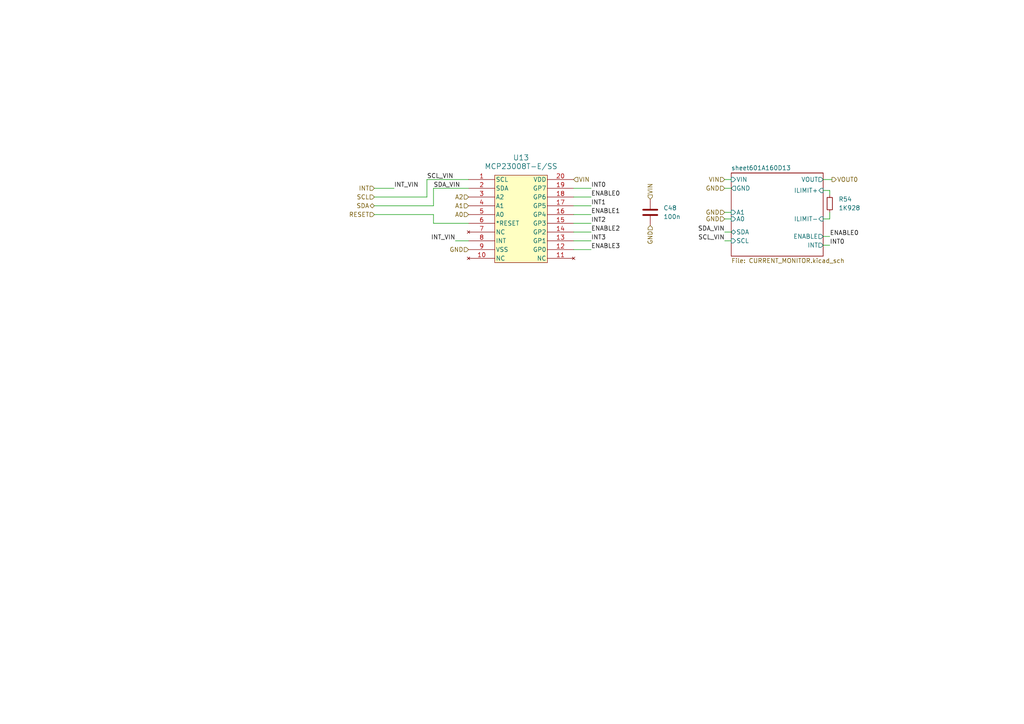
<source format=kicad_sch>
(kicad_sch (version 20231120) (generator "eeschema") (generator_version "8.0")
  (paper "A4")
  (lib_symbols
    (symbol "Device:C" (pin_numbers hide) (pin_names (offset 0.254))
      (property "Reference" "C" (at 0.635 2.54 0))
      (property "Value" "C" (at 0.635 -2.54 0))
      (symbol "C_0_1"
        (polyline (pts (xy -2.032 -0.762) (xy 2.032 -0.762)) (stroke (width 0.508)))
        (polyline (pts (xy -2.032 0.762) (xy 2.032 0.762)) (stroke (width 0.508)))
      )
      (symbol "C_1_1"
        (pin passive line (at 0 3.81 270) (length 2.794) (name "~") (number "1"))
        (pin passive line (at 0 -3.81 90) (length 2.794) (name "~") (number "2"))
      )
    )
    (symbol "Device:R_Small" (pin_numbers hide) (pin_names (offset 0.254) hide)
      (property "Reference" "R" (at 0.762 0.508 0))
      (property "Value" "R_Small" (at 0.762 -1.016 0))
      (symbol "R_Small_0_1"
        (rectangle (start -0.762 1.778) (end 0.762 -1.778) (stroke (width 0.2032)))
      )
      (symbol "R_Small_1_1"
        (pin passive line (at 0 2.54 270) (length 0.762) (name "~") (number "1"))
        (pin passive line (at 0 -2.54 90) (length 0.762) (name "~") (number "2"))
      )
    )
    (symbol "Project:MCP23008T-E_SS" (pin_names (offset 0.254))
      (property "Reference" "U" (at 22.86 10.16 0))
      (property "Value" "MCP23008T-E/SS" (at 22.86 7.62 0))
      (symbol "MCP23008T-E_SS_1_1"
        (rectangle (start 15.24 1.27) (end 30.48 -24.13) (fill (type background)))
        (pin bidirectional line (at 7.62 0 0) (length 7.62) (name "SCL") (number "1"))
        (pin no_connect line (at 7.62 -22.86 0) (length 7.62) (name "NC") (number "10"))
        (pin no_connect line (at 38.1 -22.86 180) (length 7.62) (name "NC") (number "11"))
        (pin bidirectional line (at 38.1 -20.32 180) (length 7.62) (name "GP0") (number "12"))
        (pin bidirectional line (at 38.1 -17.78 180) (length 7.62) (name "GP1") (number "13"))
        (pin bidirectional line (at 38.1 -15.24 180) (length 7.62) (name "GP2") (number "14"))
        (pin bidirectional line (at 38.1 -12.7 180) (length 7.62) (name "GP3") (number "15"))
        (pin bidirectional line (at 38.1 -10.16 180) (length 7.62) (name "GP4") (number "16"))
        (pin bidirectional line (at 38.1 -7.62 180) (length 7.62) (name "GP5") (number "17"))
        (pin bidirectional line (at 38.1 -5.08 180) (length 7.62) (name "GP6") (number "18"))
        (pin bidirectional line (at 38.1 -2.54 180) (length 7.62) (name "GP7") (number "19"))
        (pin bidirectional line (at 7.62 -2.54 0) (length 7.62) (name "SDA") (number "2"))
        (pin power_in line (at 38.1 0 180) (length 7.62) (name "VDD") (number "20"))
        (pin bidirectional line (at 7.62 -5.08 0) (length 7.62) (name "A2") (number "3"))
        (pin bidirectional line (at 7.62 -7.62 0) (length 7.62) (name "A1") (number "4"))
        (pin bidirectional line (at 7.62 -10.16 0) (length 7.62) (name "A0") (number "5"))
        (pin input line (at 7.62 -12.7 0) (length 7.62) (name "*RESET") (number "6"))
        (pin no_connect line (at 7.62 -15.24 0) (length 7.62) (name "NC") (number "7"))
        (pin output line (at 7.62 -17.78 0) (length 7.62) (name "INT") (number "8"))
        (pin power_in line (at 7.62 -20.32 0) (length 7.62) (name "VSS") (number "9"))
      )
    )
  )
  (wire (pts (xy 171.45 62.23) (xy 166.37 62.23)))
  (wire (pts (xy 171.45 72.39) (xy 166.37 72.39)))
  (wire (pts (xy 114.3 54.61) (xy 108.585 54.61)))
  (wire (pts (xy 210.185 67.31) (xy 212.09 67.31)))
  (wire (pts (xy 108.585 57.15) (xy 123.825 57.15)))
  (wire (pts (xy 171.45 64.77) (xy 166.37 64.77)))
  (wire (pts (xy 210.185 63.5) (xy 212.09 63.5)))
  (wire (pts (xy 240.665 55.245) (xy 240.665 56.515)))
  (wire (pts (xy 108.585 59.69) (xy 125.73 59.69)))
  (wire (pts (xy 125.73 54.61) (xy 135.89 54.61)))
  (wire (pts (xy 171.45 59.69) (xy 166.37 59.69)))
  (wire (pts (xy 171.45 54.61) (xy 166.37 54.61)))
  (wire (pts (xy 240.665 68.58) (xy 238.76 68.58)))
  (wire (pts (xy 125.73 64.77) (xy 135.89 64.77)))
  (wire (pts (xy 123.825 52.07) (xy 135.89 52.07)))
  (wire (pts (xy 210.185 61.595) (xy 212.09 61.595)))
  (wire (pts (xy 132.08 69.85) (xy 135.89 69.85)))
  (wire (pts (xy 171.45 57.15) (xy 166.37 57.15)))
  (wire (pts (xy 108.585 62.23) (xy 125.73 62.23)))
  (wire (pts (xy 238.76 63.5) (xy 240.665 63.5)))
  (wire (pts (xy 171.45 69.85) (xy 166.37 69.85)))
  (wire (pts (xy 171.45 67.31) (xy 166.37 67.31)))
  (wire (pts (xy 210.185 54.61) (xy 212.09 54.61)))
  (wire (pts (xy 241.3 52.07) (xy 238.76 52.07)))
  (wire (pts (xy 125.73 59.69) (xy 125.73 54.61)))
  (wire (pts (xy 238.76 55.245) (xy 240.665 55.245)))
  (wire (pts (xy 210.185 52.07) (xy 212.09 52.07)))
  (wire (pts (xy 240.665 71.12) (xy 238.76 71.12)))
  (wire (pts (xy 125.73 62.23) (xy 125.73 64.77)))
  (wire (pts (xy 123.825 52.07) (xy 123.825 57.15)))
  (wire (pts (xy 210.185 69.85) (xy 212.09 69.85)))
  (wire (pts (xy 240.665 63.5) (xy 240.665 61.595)))
  (label "SDA_VIN" (at 210.185 67.31 180))
  (label "ENABLE2" (at 171.45 67.31 0))
  (label "ENABLE0" (at 240.665 68.58 0))
  (label "ENABLE0" (at 171.45 57.15 0))
  (label "SDA_VIN" (at 125.73 54.61 0))
  (label "ENABLE3" (at 171.45 72.39 0))
  (label "INT1" (at 171.45 59.69 0))
  (label "INT_VIN" (at 132.08 69.85 180))
  (label "INT2" (at 171.45 64.77 0))
  (label "INT0" (at 240.665 71.12 0))
  (label "INT3" (at 171.45 69.85 0))
  (label "SCL_VIN" (at 123.825 52.07 0))
  (label "INT_VIN" (at 114.3 54.61 0))
  (label "INT0" (at 171.45 54.61 0))
  (label "SCL_VIN" (at 210.185 69.85 180))
  (label "ENABLE1" (at 171.45 62.23 0))
  (hierarchical_label "GND" (shape input) (at 135.89 72.39 180))
  (hierarchical_label "A0" (shape input) (at 135.89 62.23 180))
  (hierarchical_label "VOUT0" (shape output) (at 241.3 52.07 0))
  (hierarchical_label "RESET" (shape input) (at 108.585 62.23 180))
  (hierarchical_label "A2" (shape input) (at 135.89 57.15 180))
  (hierarchical_label "GND" (shape input) (at 210.185 63.5 180))
  (hierarchical_label "VIN" (shape input) (at 166.37 52.07 0))
  (hierarchical_label "SCL" (shape input) (at 108.585 57.15 180))
  (hierarchical_label "VIN" (shape input) (at 188.595 57.785 90))
  (hierarchical_label "A1" (shape input) (at 135.89 59.69 180))
  (hierarchical_label "INT" (shape input) (at 108.585 54.61 180))
  (hierarchical_label "GND" (shape input) (at 188.595 65.405 270))
  (hierarchical_label "SDA" (shape bidirectional) (at 108.585 59.69 180))
  (hierarchical_label "GND" (shape input) (at 210.185 54.61 180))
  (hierarchical_label "GND" (shape input) (at 210.185 61.595 180))
  (hierarchical_label "VIN" (shape input) (at 210.185 52.07 180))
  (symbol (lib_id "Device:R_Small") (at 240.665 59.055 0) (unit 1)
    (property "Reference" "R54" (at 243.205 57.7849 0) (effects (justify left)))
    (property "Value" "1K928" (at 243.205 60.3249 0) (effects (justify left)))
    (property "Footprint" "Resistor_SMD:R_0603_1608Metric_Pad0.98x0.95mm_HandSolder" (effects (hide yes)))
    (property "Description" "Resistor, small symbol" (effects (hide yes)))
  )
  (symbol (lib_id "Device:C") (at 188.595 61.595 0) (unit 1)
    (property "Reference" "C48" (at 192.405 60.3249 0) (effects (justify left)))
    (property "Value" "100n" (at 192.405 62.8649 0) (effects (justify left)))
    (property "Footprint" "Capacitor_SMD:C_0402_1005Metric_Pad0.74x0.62mm_HandSolder" (effects (hide yes)))
    (property "Description" "Unpolarized capacitor" (effects (hide yes)))
  )
  (symbol (lib_id "Project:MCP23008T-E_SS") (at 128.27 52.07 0) (unit 1)
    (property "Reference" "U13" (at 151.13 45.72 0) (effects (font (size 1.524 1.524))))
    (property "Value" "MCP23008T-E/SS" (at 151.13 48.26 0) (effects (font (size 1.524 1.524))))
    (property "Footprint" "Package_SO:SSOP-20_5.3x7.2mm_P0.65mm" (effects (hide yes)))
    (property "Datasheet" "MCP23008T-E/SS" (effects (hide yes)))
  )
  (sheet (at 212.09 50.165) (size 26.67 24.13)
    (property "Sheetname" "sheet601A160D13" (at 212.09 49.4534 0) (effects (justify left bottom)))
    (property "Sheetfile" "CURRENT_MONITOR.kicad_sch" (at 212.09 74.8796 0) (effects (justify left top)))
    (pin "VOUT" output (at 238.76 52.07 0))
    (pin "VIN" input (at 212.09 52.07 180))
    (pin "GND" output (at 212.09 54.61 180))
    (pin "A1" input (at 212.09 61.595 180))
    (pin "ENABLE" output (at 238.76 68.58 0))
    (pin "A0" input (at 212.09 63.5 180))
    (pin "SDA" bidirectional (at 212.09 67.31 180))
    (pin "SCL" input (at 212.09 69.85 180))
    (pin "ILIMIT+" input (at 238.76 55.245 0))
    (pin "ILIMIT-" input (at 238.76 63.5 0))
    (pin "INT" output (at 238.76 71.12 0))
  )
)
</source>
